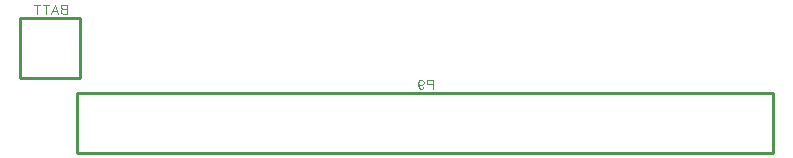
<source format=gbr>
G04 DipTrace 2.4.0.2*
%INBottomSilk.gbr*%
%MOIN*%
%ADD10C,0.0098*%
%ADD70C,0.0046*%
%FSLAX44Y44*%
G04*
G70*
G90*
G75*
G01*
%LNBotSilk*%
%LPD*%
X4940Y23190D2*
D10*
X6940D1*
Y25190D1*
X4940D1*
Y23190D1*
X6842Y20690D2*
X30038D1*
Y22690D1*
X6842D1*
Y20690D1*
X6495Y25629D2*
D70*
Y25328D1*
X6366D1*
X6323Y25342D1*
X6309Y25357D1*
X6294Y25385D1*
Y25428D1*
X6309Y25457D1*
X6323Y25471D1*
X6366Y25486D1*
X6323Y25500D1*
X6309Y25515D1*
X6294Y25543D1*
Y25572D1*
X6309Y25600D1*
X6323Y25615D1*
X6366Y25629D1*
X6495D1*
Y25486D2*
X6366D1*
X5972Y25328D2*
X6087Y25629D1*
X6202Y25328D1*
X6159Y25428D2*
X6015D1*
X5779Y25629D2*
Y25328D1*
X5879Y25629D2*
X5678D1*
X5485D2*
Y25328D1*
X5586Y25629D2*
X5385D1*
X18680Y22971D2*
X18551D1*
X18508Y22986D1*
X18493Y23000D1*
X18479Y23029D1*
Y23072D1*
X18493Y23100D1*
X18508Y23115D1*
X18551Y23129D1*
X18680D1*
Y22828D1*
X18200Y23029D2*
X18214Y22986D1*
X18243Y22957D1*
X18286Y22943D1*
X18300D1*
X18343Y22957D1*
X18372Y22986D1*
X18387Y23029D1*
Y23043D1*
X18372Y23086D1*
X18343Y23115D1*
X18300Y23129D1*
X18286D1*
X18243Y23115D1*
X18214Y23086D1*
X18200Y23029D1*
Y22957D1*
X18214Y22885D1*
X18243Y22842D1*
X18286Y22828D1*
X18315D1*
X18358Y22842D1*
X18372Y22871D1*
M02*

</source>
